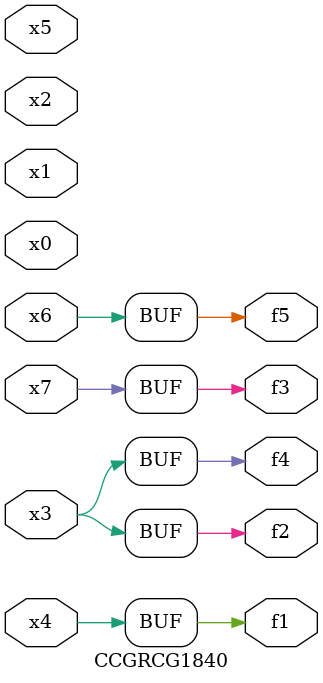
<source format=v>
module CCGRCG1840(
	input x0, x1, x2, x3, x4, x5, x6, x7,
	output f1, f2, f3, f4, f5
);
	assign f1 = x4;
	assign f2 = x3;
	assign f3 = x7;
	assign f4 = x3;
	assign f5 = x6;
endmodule

</source>
